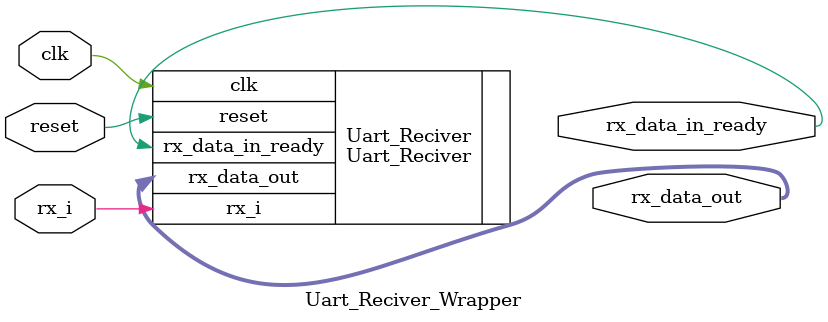
<source format=v>
`timescale 1ns / 1ps
`include "Stages.vh"


module Uart_Reciver_Wrapper
#(  parameter CLK_FREQ      = 50_000_000,
    parameter BAUD_RATE     = 9600,
    parameter Word_Len      = 8)
(
input clk,reset,                                    //CLK AND Switch-Reset
input rx_i,                                         // GPIO
output rx_data_in_ready,                            // Ready Led
output [Word_Len-1:0] rx_data_out               //  Leds
);


Uart_Reciver
#(  .CLK_FREQ (CLK_FREQ ) ,
    .BAUD_RATE(BAUD_RATE) ,
    .Word_Len (Word_Len ) )
Uart_Reciver (
.clk(clk),.reset(reset), 
.rx_i(rx_i),
.rx_data_in_ready(rx_data_in_ready),
.rx_data_out(rx_data_out)
    );
    
    
  
endmodule
</source>
